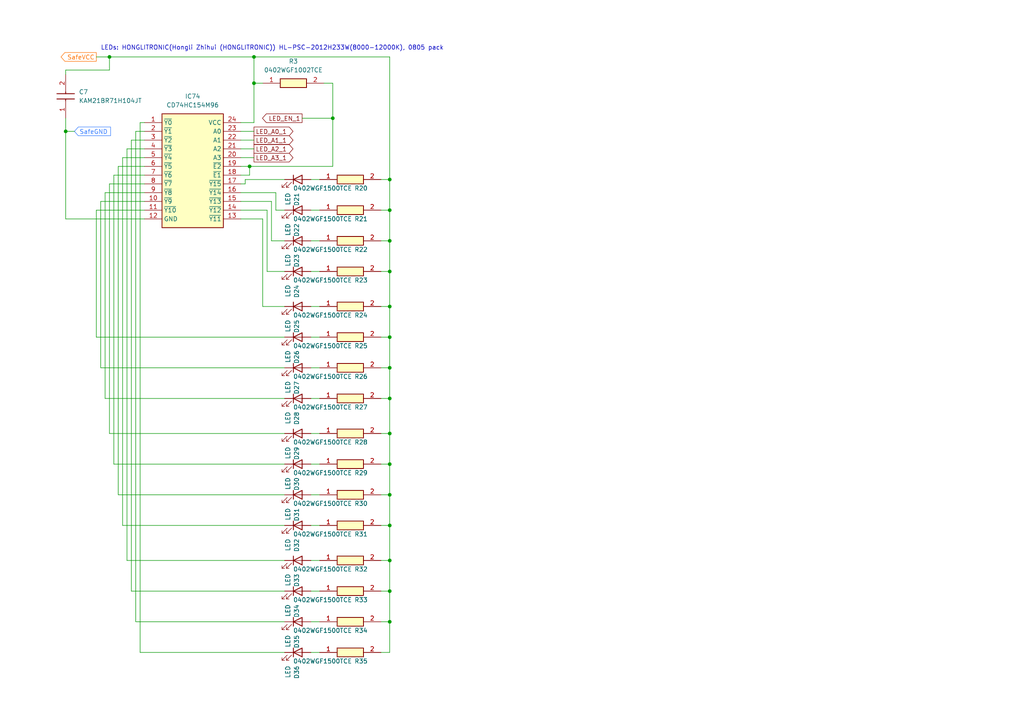
<source format=kicad_sch>
(kicad_sch (version 20250114) (generator "eeschema") (generator_version "9.0")
  (paper "A4")
  (title_block (title "ElectroChessboard") (company "Wojciech B") (comment 1 "Electronic chessboard") (comment 2 "Elektroniczna szachownica"))
  (lib_symbols
    (symbol "Device:LED" (pin_numbers (hide yes)) (pin_names (offset 1.016) (hide yes))
      (property "Reference" "D" (at 0 2.54 0))
      (property "Value" "LED" (at 0 -2.54 0))
      (symbol "LED_0_1"
        (polyline (pts (xy -3.048 -0.762) (xy -4.572 -2.286) (xy -3.81 -2.286) (xy -4.572 -2.286) (xy -4.572 -1.524)))
        (polyline (pts (xy -1.778 -0.762) (xy -3.302 -2.286) (xy -2.54 -2.286) (xy -3.302 -2.286) (xy -3.302 -1.524)))
        (polyline (pts (xy -1.27 0) (xy 1.27 0)))
        (polyline (pts (xy -1.27 -1.27) (xy -1.27 1.27)) (stroke (width 0.254)))
        (polyline (pts (xy 1.27 -1.27) (xy 1.27 1.27) (xy -1.27 0) (xy 1.27 -1.27)) (stroke (width 0.254)))
      )
      (symbol "LED_1_1"
        (pin passive line (at -3.81 0 0) (length 2.54) (name "K") (number "1"))
        (pin passive line (at 3.81 0 180) (length 2.54) (name "A") (number "2"))
      )
    )
    (symbol "SamacSys_Parts:0402WGF1002TCE" (pin_names (hide yes))
      (property "Reference" "R" (at 13.97 6.35 0))
      (property "Value" "0402WGF1002TCE" (at 13.97 3.81 0))
      (symbol "0402WGF1002TCE_1_1"
        (rectangle (start 5.08 1.27) (end 12.7 -1.27) (stroke (width 0.254)) (fill (type background)))
        (pin passive line (at 0 0 0) (length 5.08) (name "1") (number "1"))
        (pin passive line (at 17.78 0 180) (length 5.08) (name "2") (number "2"))
      )
    )
    (symbol "SamacSys_Parts:0402WGF1500TCE" (pin_names (hide yes))
      (property "Reference" "R" (at 13.97 6.35 0))
      (property "Value" "0402WGF1500TCE" (at 13.97 3.81 0))
      (symbol "0402WGF1500TCE_1_1"
        (rectangle (start 5.08 1.27) (end 12.7 -1.27) (stroke (width 0.254)) (fill (type background)))
        (pin passive line (at 0 0 0) (length 5.08) (name "1") (number "1"))
        (pin passive line (at 17.78 0 180) (length 5.08) (name "2") (number "2"))
      )
    )
    (symbol "SamacSys_Parts:CD74HC154M96"
      (property "Reference" "IC" (at 24.13 7.62 0))
      (property "Value" "CD74HC154M96" (at 24.13 5.08 0))
      (symbol "CD74HC154M96_1_1"
        (rectangle (start 5.08 2.54) (end 22.86 -30.48) (stroke (width 0.254)) (fill (type background)))
        (pin passive line (at 0 0 0) (length 5.08) (name "~{Y0}") (number "1"))
        (pin passive line (at 0 -2.54 0) (length 5.08) (name "~{Y1}") (number "2"))
        (pin passive line (at 0 -5.08 0) (length 5.08) (name "~{Y2}") (number "3"))
        (pin passive line (at 0 -7.62 0) (length 5.08) (name "~{Y3}") (number "4"))
        (pin passive line (at 0 -10.16 0) (length 5.08) (name "~{Y4}") (number "5"))
        (pin passive line (at 0 -12.7 0) (length 5.08) (name "~{Y5}") (number "6"))
        (pin passive line (at 0 -15.24 0) (length 5.08) (name "~{Y6}") (number "7"))
        (pin passive line (at 0 -17.78 0) (length 5.08) (name "~{Y7}") (number "8"))
        (pin passive line (at 0 -20.32 0) (length 5.08) (name "~{Y8}") (number "9"))
        (pin passive line (at 0 -22.86 0) (length 5.08) (name "~{Y9}") (number "10"))
        (pin passive line (at 0 -25.4 0) (length 5.08) (name "~{Y10}") (number "11"))
        (pin passive line (at 0 -27.94 0) (length 5.08) (name "GND") (number "12"))
        (pin passive line (at 27.94 0 180) (length 5.08) (name "VCC") (number "24"))
        (pin passive line (at 27.94 -2.54 180) (length 5.08) (name "A0") (number "23"))
        (pin passive line (at 27.94 -5.08 180) (length 5.08) (name "A1") (number "22"))
        (pin passive line (at 27.94 -7.62 180) (length 5.08) (name "A2") (number "21"))
        (pin passive line (at 27.94 -10.16 180) (length 5.08) (name "A3") (number "20"))
        (pin passive line (at 27.94 -12.7 180) (length 5.08) (name "~{E2}") (number "19"))
        (pin passive line (at 27.94 -15.24 180) (length 5.08) (name "~{E1}") (number "18"))
        (pin passive line (at 27.94 -17.78 180) (length 5.08) (name "~{Y15}") (number "17"))
        (pin passive line (at 27.94 -20.32 180) (length 5.08) (name "~{Y14}") (number "16"))
        (pin passive line (at 27.94 -22.86 180) (length 5.08) (name "~{Y13}") (number "15"))
        (pin passive line (at 27.94 -25.4 180) (length 5.08) (name "~{Y12}") (number "14"))
        (pin passive line (at 27.94 -27.94 180) (length 5.08) (name "~{Y11}") (number "13"))
      )
    )
    (symbol "SamacSys_Parts:KAM21BR71H104JT" (pin_names (hide yes))
      (property "Reference" "C" (at 8.89 6.35 0))
      (property "Value" "KAM21BR71H104JT" (at 8.89 3.81 0))
      (symbol "KAM21BR71H104JT_1_1"
        (polyline (pts (xy 5.08 0) (xy 5.588 0)) (stroke (width 0.254)))
        (polyline (pts (xy 5.588 2.54) (xy 5.588 -2.54)) (stroke (width 0.254)))
        (polyline (pts (xy 7.112 2.54) (xy 7.112 -2.54)) (stroke (width 0.254)))
        (polyline (pts (xy 7.112 0) (xy 7.62 0)) (stroke (width 0.254)))
        (pin passive line (at 0 0 0) (length 5.08) (name "1") (number "1"))
        (pin passive line (at 12.7 0 180) (length 5.08) (name "2") (number "2"))
      )
    )
  )
  (text "LEDs: HONGLITRONIC(Hongli Zhihui (HONGLITRONIC)) HL-PSC-2012H233W(8000-12000K), 0805 pack" (at 29.21 13.97 0) (effects (font (size 1.27 1.27)) (justify left)))
  (junction (at 113.03 97.79))
  (junction (at 113.03 106.68))
  (junction (at 113.03 180.34))
  (junction (at 113.03 162.56))
  (junction (at 31.75 16.51))
  (junction (at 113.03 78.74))
  (junction (at 19.05 38.1))
  (junction (at 113.03 69.85))
  (junction (at 72.39 48.26))
  (junction (at 113.03 134.62))
  (junction (at 96.52 34.29))
  (junction (at 73.66 16.51))
  (junction (at 113.03 171.45))
  (junction (at 73.66 24.13))
  (junction (at 113.03 115.57))
  (junction (at 113.03 60.96))
  (junction (at 113.03 125.73))
  (junction (at 113.03 152.4))
  (junction (at 113.03 52.07))
  (junction (at 113.03 143.51))
  (junction (at 113.03 88.9))
  (wire (pts (xy 92.71 88.9) (xy 90.17 88.9)))
  (wire (pts (xy 113.03 106.68) (xy 113.03 115.57)))
  (wire (pts (xy 92.71 162.56) (xy 90.17 162.56)))
  (wire (pts (xy 73.66 16.51) (xy 113.03 16.51)))
  (wire (pts (xy 110.49 143.51) (xy 113.03 143.51)))
  (wire (pts (xy 41.91 50.8) (xy 33.02 50.8)))
  (wire (pts (xy 41.91 45.72) (xy 35.56 45.72)))
  (wire (pts (xy 31.75 53.34) (xy 31.75 125.73)))
  (wire (pts (xy 41.91 38.1) (xy 39.37 38.1)))
  (wire (pts (xy 113.03 180.34) (xy 113.03 189.23)))
  (wire (pts (xy 78.74 69.85) (xy 78.74 58.42)))
  (wire (pts (xy 33.02 134.62) (xy 82.55 134.62)))
  (wire (pts (xy 113.03 162.56) (xy 113.03 171.45)))
  (wire (pts (xy 41.91 40.64) (xy 38.1 40.64)))
  (wire (pts (xy 82.55 60.96) (xy 80.01 60.96)))
  (wire (pts (xy 80.01 55.88) (xy 69.85 55.88)))
  (wire (pts (xy 92.71 189.23) (xy 90.17 189.23)))
  (wire (pts (xy 35.56 152.4) (xy 82.55 152.4)))
  (wire (pts (xy 92.71 143.51) (xy 90.17 143.51)))
  (wire (pts (xy 92.71 115.57) (xy 90.17 115.57)))
  (wire (pts (xy 92.71 60.96) (xy 90.17 60.96)))
  (wire (pts (xy 113.03 134.62) (xy 113.03 143.51)))
  (wire (pts (xy 27.94 16.51) (xy 31.75 16.51)))
  (wire (pts (xy 110.49 125.73) (xy 113.03 125.73)))
  (wire (pts (xy 82.55 69.85) (xy 78.74 69.85)))
  (wire (pts (xy 110.49 106.68) (xy 113.03 106.68)))
  (wire (pts (xy 38.1 40.64) (xy 38.1 171.45)))
  (wire (pts (xy 110.49 134.62) (xy 113.03 134.62)))
  (wire (pts (xy 41.91 53.34) (xy 31.75 53.34)))
  (wire (pts (xy 110.49 115.57) (xy 113.03 115.57)))
  (wire (pts (xy 76.2 88.9) (xy 82.55 88.9)))
  (wire (pts (xy 41.91 35.56) (xy 40.64 35.56)))
  (wire (pts (xy 36.83 43.18) (xy 36.83 162.56)))
  (wire (pts (xy 92.71 52.07) (xy 90.17 52.07)))
  (wire (pts (xy 110.49 180.34) (xy 113.03 180.34)))
  (wire (pts (xy 27.94 97.79) (xy 82.55 97.79)))
  (wire (pts (xy 69.85 48.26) (xy 72.39 48.26)))
  (wire (pts (xy 31.75 20.32) (xy 19.05 20.32)))
  (wire (pts (xy 41.91 48.26) (xy 34.29 48.26)))
  (wire (pts (xy 69.85 63.5) (xy 76.2 63.5)))
  (wire (pts (xy 19.05 20.32) (xy 19.05 21.59)))
  (wire (pts (xy 31.75 16.51) (xy 73.66 16.51)))
  (wire (pts (xy 110.49 88.9) (xy 113.03 88.9)))
  (wire (pts (xy 72.39 50.8) (xy 72.39 48.26)))
  (wire (pts (xy 73.66 16.51) (xy 73.66 24.13)))
  (wire (pts (xy 113.03 69.85) (xy 113.03 78.74)))
  (wire (pts (xy 110.49 97.79) (xy 113.03 97.79)))
  (wire (pts (xy 34.29 143.51) (xy 82.55 143.51)))
  (wire (pts (xy 113.03 189.23) (xy 110.49 189.23)))
  (wire (pts (xy 19.05 63.5) (xy 41.91 63.5)))
  (wire (pts (xy 19.05 38.1) (xy 21.59 38.1)))
  (wire (pts (xy 41.91 55.88) (xy 30.48 55.88)))
  (wire (pts (xy 80.01 60.96) (xy 80.01 55.88)))
  (wire (pts (xy 35.56 45.72) (xy 35.56 152.4)))
  (wire (pts (xy 113.03 171.45) (xy 113.03 180.34)))
  (wire (pts (xy 96.52 24.13) (xy 93.98 24.13)))
  (wire (pts (xy 92.71 152.4) (xy 90.17 152.4)))
  (wire (pts (xy 41.91 43.18) (xy 36.83 43.18)))
  (wire (pts (xy 96.52 34.29) (xy 96.52 24.13)))
  (wire (pts (xy 40.64 35.56) (xy 40.64 189.23)))
  (wire (pts (xy 110.49 162.56) (xy 113.03 162.56)))
  (wire (pts (xy 113.03 115.57) (xy 113.03 125.73)))
  (wire (pts (xy 36.83 162.56) (xy 82.55 162.56)))
  (wire (pts (xy 73.66 35.56) (xy 69.85 35.56)))
  (wire (pts (xy 39.37 180.34) (xy 82.55 180.34)))
  (wire (pts (xy 38.1 171.45) (xy 82.55 171.45)))
  (wire (pts (xy 72.39 48.26) (xy 96.52 48.26)))
  (wire (pts (xy 110.49 60.96) (xy 113.03 60.96)))
  (wire (pts (xy 73.66 24.13) (xy 76.2 24.13)))
  (wire (pts (xy 71.12 52.07) (xy 71.12 53.34)))
  (wire (pts (xy 110.49 69.85) (xy 113.03 69.85)))
  (wire (pts (xy 113.03 52.07) (xy 113.03 60.96)))
  (wire (pts (xy 19.05 34.29) (xy 19.05 38.1)))
  (wire (pts (xy 110.49 152.4) (xy 113.03 152.4)))
  (wire (pts (xy 96.52 48.26) (xy 96.52 34.29)))
  (wire (pts (xy 78.74 58.42) (xy 69.85 58.42)))
  (wire (pts (xy 40.64 189.23) (xy 82.55 189.23)))
  (wire (pts (xy 110.49 52.07) (xy 113.03 52.07)))
  (wire (pts (xy 113.03 60.96) (xy 113.03 69.85)))
  (wire (pts (xy 92.71 180.34) (xy 90.17 180.34)))
  (wire (pts (xy 113.03 88.9) (xy 113.03 97.79)))
  (wire (pts (xy 30.48 115.57) (xy 82.55 115.57)))
  (wire (pts (xy 113.03 97.79) (xy 113.03 106.68)))
  (wire (pts (xy 82.55 52.07) (xy 71.12 52.07)))
  (wire (pts (xy 69.85 45.72) (xy 73.66 45.72)))
  (wire (pts (xy 69.85 40.64) (xy 73.66 40.64)))
  (wire (pts (xy 113.03 152.4) (xy 113.03 162.56)))
  (wire (pts (xy 113.03 78.74) (xy 113.03 88.9)))
  (wire (pts (xy 110.49 78.74) (xy 113.03 78.74)))
  (wire (pts (xy 31.75 125.73) (xy 82.55 125.73)))
  (wire (pts (xy 69.85 60.96) (xy 77.47 60.96)))
  (wire (pts (xy 77.47 60.96) (xy 77.47 78.74)))
  (wire (pts (xy 31.75 16.51) (xy 31.75 20.32)))
  (wire (pts (xy 92.71 78.74) (xy 90.17 78.74)))
  (wire (pts (xy 34.29 48.26) (xy 34.29 143.51)))
  (wire (pts (xy 87.63 34.29) (xy 96.52 34.29)))
  (wire (pts (xy 113.03 125.73) (xy 113.03 134.62)))
  (wire (pts (xy 29.21 106.68) (xy 82.55 106.68)))
  (wire (pts (xy 39.37 38.1) (xy 39.37 180.34)))
  (wire (pts (xy 69.85 43.18) (xy 73.66 43.18)))
  (wire (pts (xy 92.71 69.85) (xy 90.17 69.85)))
  (wire (pts (xy 92.71 97.79) (xy 90.17 97.79)))
  (wire (pts (xy 113.03 143.51) (xy 113.03 152.4)))
  (wire (pts (xy 71.12 53.34) (xy 69.85 53.34)))
  (wire (pts (xy 92.71 125.73) (xy 90.17 125.73)))
  (wire (pts (xy 69.85 38.1) (xy 73.66 38.1)))
  (wire (pts (xy 73.66 24.13) (xy 73.66 35.56)))
  (wire (pts (xy 110.49 171.45) (xy 113.03 171.45)))
  (wire (pts (xy 27.94 60.96) (xy 27.94 97.79)))
  (wire (pts (xy 92.71 171.45) (xy 90.17 171.45)))
  (wire (pts (xy 33.02 50.8) (xy 33.02 134.62)))
  (wire (pts (xy 92.71 134.62) (xy 90.17 134.62)))
  (wire (pts (xy 41.91 60.96) (xy 27.94 60.96)))
  (wire (pts (xy 76.2 63.5) (xy 76.2 88.9)))
  (wire (pts (xy 92.71 106.68) (xy 90.17 106.68)))
  (wire (pts (xy 77.47 78.74) (xy 82.55 78.74)))
  (wire (pts (xy 69.85 50.8) (xy 72.39 50.8)))
  (wire (pts (xy 30.48 55.88) (xy 30.48 115.57)))
  (wire (pts (xy 29.21 58.42) (xy 29.21 106.68)))
  (wire (pts (xy 41.91 58.42) (xy 29.21 58.42)))
  (wire (pts (xy 19.05 38.1) (xy 19.05 63.5)))
  (wire (pts (xy 113.03 16.51) (xy 113.03 52.07)))
  (global_label "LED_EN_1" (shape output) (at 87.63 34.29 180) (property "Intersheetrefs" "${INTERSHEET_REFS}" (effects (hide yes))))
  (global_label "SafeVCC" (shape output) (at 27.94 16.51 180) (property "Intersheetrefs" "${INTERSHEET_REFS}" (effects (hide yes))))
  (global_label "LED_A1_1" (shape output) (at 73.66 40.64 0) (property "Intersheetrefs" "${INTERSHEET_REFS}" (effects (hide yes))))
  (global_label "LED_A2_1" (shape output) (at 73.66 43.18 0) (property "Intersheetrefs" "${INTERSHEET_REFS}" (effects (hide yes))))
  (global_label "LED_A3_1" (shape output) (at 73.66 45.72 0) (property "Intersheetrefs" "${INTERSHEET_REFS}" (effects (hide yes))))
  (global_label "SafeGND" (shape input) (at 21.59 38.1 0) (property "Intersheetrefs" "${INTERSHEET_REFS}" (effects (hide yes))))
  (global_label "LED_A0_1" (shape output) (at 73.66 38.1 0) (property "Intersheetrefs" "${INTERSHEET_REFS}" (effects (hide yes))))
  (symbol (lib_id "Device:LED") (at 86.36 60.96 0) (unit 1)
    (property "Reference" "D22" (at 86.0426 64.77 90) (effects (justify right)))
    (property "Value" "LED" (at 83.5026 64.77 90) (effects (justify right)))
    (property "Footprint" "LED_SMD:LED_0805_2012Metric" (effects (hide yes)))
    (property "Description" "Light emitting diode" (effects (hide yes)))
    (property "Sim.Pins" "1=K 2=A" (effects (hide yes)))
  )
  (symbol (lib_id "SamacSys_Parts:0402WGF1500TCE") (at 92.71 189.23 0) (unit 1)
    (property "Reference" "R35" (at 106.68 191.77 0) (effects (justify right)))
    (property "Value" "0402WGF1500TCE" (at 102.108 191.77 0) (effects (justify right)))
    (property "Footprint" "RESC1005X40N" (effects (hide yes)))
    (property "Datasheet" "https://datasheet.lcsc.com/szlcsc/Uniroyal-Elec-0402WGF1500TCE_C25082.pdf" (effects (hide yes)))
    (property "Description" "150ohms +/-1% 1/16W +/-100ppm/ 0402 Chip Resistor - Surface Mount RoHS" (effects (hide yes)))
    (property "Height" "0.4" (effects (hide yes)))
    (property "Manufacturer_Name" "UNI-ROYAL(Uniroyal Elec)" (effects (hide yes)))
    (property "Manufacturer_Part_Number" "0402WGF1500TCE" (effects (hide yes)))
  )
  (symbol (lib_id "SamacSys_Parts:0402WGF1500TCE") (at 92.71 180.34 0) (unit 1)
    (property "Reference" "R34" (at 106.68 182.88 0) (effects (justify right)))
    (property "Value" "0402WGF1500TCE" (at 102.108 182.88 0) (effects (justify right)))
    (property "Footprint" "RESC1005X40N" (effects (hide yes)))
    (property "Datasheet" "https://datasheet.lcsc.com/szlcsc/Uniroyal-Elec-0402WGF1500TCE_C25082.pdf" (effects (hide yes)))
    (property "Description" "150ohms +/-1% 1/16W +/-100ppm/ 0402 Chip Resistor - Surface Mount RoHS" (effects (hide yes)))
    (property "Height" "0.4" (effects (hide yes)))
    (property "Manufacturer_Name" "UNI-ROYAL(Uniroyal Elec)" (effects (hide yes)))
    (property "Manufacturer_Part_Number" "0402WGF1500TCE" (effects (hide yes)))
  )
  (symbol (lib_id "Device:LED") (at 86.36 143.51 0) (unit 1)
    (property "Reference" "D31" (at 86.0426 147.32 90) (effects (justify right)))
    (property "Value" "LED" (at 83.5026 147.32 90) (effects (justify right)))
    (property "Footprint" "LED_SMD:LED_0805_2012Metric" (effects (hide yes)))
    (property "Description" "Light emitting diode" (effects (hide yes)))
    (property "Sim.Pins" "1=K 2=A" (effects (hide yes)))
  )
  (symbol (lib_id "Device:LED") (at 86.36 125.73 0) (unit 1)
    (property "Reference" "D29" (at 86.0426 129.54 90) (effects (justify right)))
    (property "Value" "LED" (at 83.5026 129.54 90) (effects (justify right)))
    (property "Footprint" "LED_SMD:LED_0805_2012Metric" (effects (hide yes)))
    (property "Description" "Light emitting diode" (effects (hide yes)))
    (property "Sim.Pins" "1=K 2=A" (effects (hide yes)))
  )
  (symbol (lib_id "Device:LED") (at 86.36 88.9 0) (unit 1)
    (property "Reference" "D25" (at 86.0426 92.71 90) (effects (justify right)))
    (property "Value" "LED" (at 83.5026 92.71 90) (effects (justify right)))
    (property "Footprint" "LED_SMD:LED_0805_2012Metric" (effects (hide yes)))
    (property "Description" "Light emitting diode" (effects (hide yes)))
    (property "Sim.Pins" "1=K 2=A" (effects (hide yes)))
  )
  (symbol (lib_id "SamacSys_Parts:0402WGF1500TCE") (at 92.71 52.07 0) (unit 1)
    (property "Reference" "R20" (at 106.68 54.61 0) (effects (justify right)))
    (property "Value" "0402WGF1500TCE" (at 102.108 54.61 0) (effects (justify right)))
    (property "Footprint" "RESC1005X40N" (effects (hide yes)))
    (property "Datasheet" "https://datasheet.lcsc.com/szlcsc/Uniroyal-Elec-0402WGF1500TCE_C25082.pdf" (effects (hide yes)))
    (property "Description" "150ohms +/-1% 1/16W +/-100ppm/ 0402 Chip Resistor - Surface Mount RoHS" (effects (hide yes)))
    (property "Height" "0.4" (effects (hide yes)))
    (property "Manufacturer_Name" "UNI-ROYAL(Uniroyal Elec)" (effects (hide yes)))
    (property "Manufacturer_Part_Number" "0402WGF1500TCE" (effects (hide yes)))
  )
  (symbol (lib_id "Device:LED") (at 86.36 189.23 0) (unit 1)
    (property "Reference" "D36" (at 86.0426 193.04 90) (effects (justify right)))
    (property "Value" "LED" (at 83.5026 193.04 90) (effects (justify right)))
    (property "Footprint" "LED_SMD:LED_0805_2012Metric" (effects (hide yes)))
    (property "Description" "Light emitting diode" (effects (hide yes)))
    (property "Sim.Pins" "1=K 2=A" (effects (hide yes)))
  )
  (symbol (lib_id "SamacSys_Parts:0402WGF1500TCE") (at 92.71 143.51 0) (unit 1)
    (property "Reference" "R30" (at 106.68 146.05 0) (effects (justify right)))
    (property "Value" "0402WGF1500TCE" (at 102.108 146.05 0) (effects (justify right)))
    (property "Footprint" "RESC1005X40N" (effects (hide yes)))
    (property "Datasheet" "https://datasheet.lcsc.com/szlcsc/Uniroyal-Elec-0402WGF1500TCE_C25082.pdf" (effects (hide yes)))
    (property "Description" "150ohms +/-1% 1/16W +/-100ppm/ 0402 Chip Resistor - Surface Mount RoHS" (effects (hide yes)))
    (property "Height" "0.4" (effects (hide yes)))
    (property "Manufacturer_Name" "UNI-ROYAL(Uniroyal Elec)" (effects (hide yes)))
    (property "Manufacturer_Part_Number" "0402WGF1500TCE" (effects (hide yes)))
  )
  (symbol (lib_id "Device:LED") (at 86.36 152.4 0) (unit 1)
    (property "Reference" "D32" (at 86.0426 156.21 90) (effects (justify right)))
    (property "Value" "LED" (at 83.5026 156.21 90) (effects (justify right)))
    (property "Footprint" "LED_SMD:LED_0805_2012Metric" (effects (hide yes)))
    (property "Description" "Light emitting diode" (effects (hide yes)))
    (property "Sim.Pins" "1=K 2=A" (effects (hide yes)))
  )
  (symbol (lib_id "SamacSys_Parts:0402WGF1500TCE") (at 92.71 162.56 0) (unit 1)
    (property "Reference" "R32" (at 106.68 165.1 0) (effects (justify right)))
    (property "Value" "0402WGF1500TCE" (at 102.108 165.1 0) (effects (justify right)))
    (property "Footprint" "RESC1005X40N" (effects (hide yes)))
    (property "Datasheet" "https://datasheet.lcsc.com/szlcsc/Uniroyal-Elec-0402WGF1500TCE_C25082.pdf" (effects (hide yes)))
    (property "Description" "150ohms +/-1% 1/16W +/-100ppm/ 0402 Chip Resistor - Surface Mount RoHS" (effects (hide yes)))
    (property "Height" "0.4" (effects (hide yes)))
    (property "Manufacturer_Name" "UNI-ROYAL(Uniroyal Elec)" (effects (hide yes)))
    (property "Manufacturer_Part_Number" "0402WGF1500TCE" (effects (hide yes)))
  )
  (symbol (lib_id "Device:LED") (at 86.36 69.85 0) (unit 1)
    (property "Reference" "D23" (at 86.0426 73.66 90) (effects (justify right)))
    (property "Value" "LED" (at 83.5026 73.66 90) (effects (justify right)))
    (property "Footprint" "LED_SMD:LED_0805_2012Metric" (effects (hide yes)))
    (property "Description" "Light emitting diode" (effects (hide yes)))
    (property "Sim.Pins" "1=K 2=A" (effects (hide yes)))
  )
  (symbol (lib_id "SamacSys_Parts:KAM21BR71H104JT") (at 19.05 34.29 90) (unit 1)
    (property "Reference" "C7" (at 22.86 26.6699 90) (effects (justify right)))
    (property "Value" "KAM21BR71H104JT" (at 22.86 29.2099 90) (effects (justify right)))
    (property "Footprint" "CAPC2012X94N" (effects (hide yes)))
    (property "Datasheet" "https://spicat.kyocera-avx.com/product/mlcc/chartview/KAM21BR71H104JT/DataSheet/X7R" (effects (hide yes)))
    (property "Description" "Multilayer Ceramic Capacitors MLCC - SMD/SMT 50V .1uF X7R 0805 5% AEC-Q200" (effects (hide yes)))
    (property "Height" "0.94" (effects (hide yes)))
    (property "Mouser Part Number" "581-KAM21BR71H104JT" (effects (hide yes)))
    (property "Mouser Price/Stock" "https://www.mouser.co.uk/ProductDetail/KYOCERA-AVX/KAM21BR71H104JT?qs=Jm2GQyTW%2Fbic6Zk4McEt6w%3D%3D" (effects (hide yes)))
    (property "Manufacturer_Name" "Kyocera AVX" (effects (hide yes)))
    (property "Manufacturer_Part_Number" "KAM21BR71H104JT" (effects (hide yes)))
  )
  (symbol (lib_id "SamacSys_Parts:0402WGF1500TCE") (at 92.71 125.73 0) (unit 1)
    (property "Reference" "R28" (at 106.68 128.27 0) (effects (justify right)))
    (property "Value" "0402WGF1500TCE" (at 102.108 128.27 0) (effects (justify right)))
    (property "Footprint" "RESC1005X40N" (effects (hide yes)))
    (property "Datasheet" "https://datasheet.lcsc.com/szlcsc/Uniroyal-Elec-0402WGF1500TCE_C25082.pdf" (effects (hide yes)))
    (property "Description" "150ohms +/-1% 1/16W +/-100ppm/ 0402 Chip Resistor - Surface Mount RoHS" (effects (hide yes)))
    (property "Height" "0.4" (effects (hide yes)))
    (property "Manufacturer_Name" "UNI-ROYAL(Uniroyal Elec)" (effects (hide yes)))
    (property "Manufacturer_Part_Number" "0402WGF1500TCE" (effects (hide yes)))
  )
  (symbol (lib_id "SamacSys_Parts:0402WGF1500TCE") (at 92.71 97.79 0) (unit 1)
    (property "Reference" "R25" (at 106.68 100.33 0) (effects (justify right)))
    (property "Value" "0402WGF1500TCE" (at 102.108 100.33 0) (effects (justify right)))
    (property "Footprint" "RESC1005X40N" (effects (hide yes)))
    (property "Datasheet" "https://datasheet.lcsc.com/szlcsc/Uniroyal-Elec-0402WGF1500TCE_C25082.pdf" (effects (hide yes)))
    (property "Description" "150ohms +/-1% 1/16W +/-100ppm/ 0402 Chip Resistor - Surface Mount RoHS" (effects (hide yes)))
    (property "Height" "0.4" (effects (hide yes)))
    (property "Manufacturer_Name" "UNI-ROYAL(Uniroyal Elec)" (effects (hide yes)))
    (property "Manufacturer_Part_Number" "0402WGF1500TCE" (effects (hide yes)))
  )
  (symbol (lib_id "Device:LED") (at 86.36 52.07 0) (unit 1)
    (property "Reference" "D21" (at 86.0426 55.88 90) (effects (justify right)))
    (property "Value" "LED" (at 83.5026 55.88 90) (effects (justify right)))
    (property "Footprint" "LED_SMD:LED_0805_2012Metric" (effects (hide yes)))
    (property "Description" "Light emitting diode" (effects (hide yes)))
    (property "Sim.Pins" "1=K 2=A" (effects (hide yes)))
  )
  (symbol (lib_id "Device:LED") (at 86.36 97.79 0) (unit 1)
    (property "Reference" "D26" (at 86.0426 101.6 90) (effects (justify right)))
    (property "Value" "LED" (at 83.5026 101.6 90) (effects (justify right)))
    (property "Footprint" "LED_SMD:LED_0805_2012Metric" (effects (hide yes)))
    (property "Description" "Light emitting diode" (effects (hide yes)))
    (property "Sim.Pins" "1=K 2=A" (effects (hide yes)))
  )
  (symbol (lib_id "SamacSys_Parts:0402WGF1002TCE") (at 76.2 24.13 0) (unit 1)
    (property "Reference" "R3" (at 85.09 17.78 0))
    (property "Value" "0402WGF1002TCE" (at 85.09 20.32 0))
    (property "Footprint" "RESC1005X40N" (effects (hide yes)))
    (property "Datasheet" "https://www.mouser.ca/datasheet/2/1365/1-3044649.pdf" (effects (hide yes)))
    (property "Description" "Thick Film Resistors - SMD 0402 1/16W 1% 10K T/R-10000" (effects (hide yes)))
    (property "Height" "0.4" (effects (hide yes)))
    (property "Mouser Part Number" "303-0402WGF1002TCE" (effects (hide yes)))
    (property "Mouser Price/Stock" "https://www.mouser.co.uk/ProductDetail/Royalohm/0402WGF1002TCE?qs=e8oIoAS2J1T9%2FSfQTy4YqQ%3D%3D" (effects (hide yes)))
    (property "Manufacturer_Name" "ROYALOHM" (effects (hide yes)))
    (property "Manufacturer_Part_Number" "0402WGF1002TCE" (effects (hide yes)))
  )
  (symbol (lib_id "Device:LED") (at 86.36 180.34 0) (unit 1)
    (property "Reference" "D35" (at 86.0426 184.15 90) (effects (justify right)))
    (property "Value" "LED" (at 83.5026 184.15 90) (effects (justify right)))
    (property "Footprint" "LED_SMD:LED_0805_2012Metric" (effects (hide yes)))
    (property "Description" "Light emitting diode" (effects (hide yes)))
    (property "Sim.Pins" "1=K 2=A" (effects (hide yes)))
  )
  (symbol (lib_id "SamacSys_Parts:0402WGF1500TCE") (at 92.71 171.45 0) (unit 1)
    (property "Reference" "R33" (at 106.68 173.99 0) (effects (justify right)))
    (property "Value" "0402WGF1500TCE" (at 102.108 173.99 0) (effects (justify right)))
    (property "Footprint" "RESC1005X40N" (effects (hide yes)))
    (property "Datasheet" "https://datasheet.lcsc.com/szlcsc/Uniroyal-Elec-0402WGF1500TCE_C25082.pdf" (effects (hide yes)))
    (property "Description" "150ohms +/-1% 1/16W +/-100ppm/ 0402 Chip Resistor - Surface Mount RoHS" (effects (hide yes)))
    (property "Height" "0.4" (effects (hide yes)))
    (property "Manufacturer_Name" "UNI-ROYAL(Uniroyal Elec)" (effects (hide yes)))
    (property "Manufacturer_Part_Number" "0402WGF1500TCE" (effects (hide yes)))
  )
  (symbol (lib_id "SamacSys_Parts:0402WGF1500TCE") (at 92.71 115.57 0) (unit 1)
    (property "Reference" "R27" (at 106.68 118.11 0) (effects (justify right)))
    (property "Value" "0402WGF1500TCE" (at 102.108 118.11 0) (effects (justify right)))
    (property "Footprint" "RESC1005X40N" (effects (hide yes)))
    (property "Datasheet" "https://datasheet.lcsc.com/szlcsc/Uniroyal-Elec-0402WGF1500TCE_C25082.pdf" (effects (hide yes)))
    (property "Description" "150ohms +/-1% 1/16W +/-100ppm/ 0402 Chip Resistor - Surface Mount RoHS" (effects (hide yes)))
    (property "Height" "0.4" (effects (hide yes)))
    (property "Manufacturer_Name" "UNI-ROYAL(Uniroyal Elec)" (effects (hide yes)))
    (property "Manufacturer_Part_Number" "0402WGF1500TCE" (effects (hide yes)))
  )
  (symbol (lib_id "Device:LED") (at 86.36 106.68 0) (unit 1)
    (property "Reference" "D27" (at 86.0426 110.49 90) (effects (justify right)))
    (property "Value" "LED" (at 83.5026 110.49 90) (effects (justify right)))
    (property "Footprint" "LED_SMD:LED_0805_2012Metric" (effects (hide yes)))
    (property "Description" "Light emitting diode" (effects (hide yes)))
    (property "Sim.Pins" "1=K 2=A" (effects (hide yes)))
  )
  (symbol (lib_id "SamacSys_Parts:CD74HC154M96") (at 41.91 35.56 0) (unit 1)
    (property "Reference" "IC74" (at 55.88 27.94 0))
    (property "Value" "CD74HC154M96" (at 55.88 30.48 0))
    (property "Footprint" "SOIC127P1030X265-24N" (effects (hide yes)))
    (property "Datasheet" "http://www.ti.com/lit/gpn/cd74hc154" (effects (hide yes)))
    (property "Description" "High Speed CMOS Logic 4-to-16 Line Decoder/Demultiplexer" (effects (hide yes)))
    (property "Height" "2.65" (effects (hide yes)))
    (property "Mouser Part Number" "595-CD74HC154M96" (effects (hide yes)))
    (property "Mouser Price/Stock" "https://www.mouser.co.uk/ProductDetail/Texas-Instruments/CD74HC154M96?qs=YxwvVplHM%2FnR3vJab0%252BPQw%3D%3D" (effects (hide yes)))
    (property "Manufacturer_Name" "Texas Instruments" (effects (hide yes)))
    (property "Manufacturer_Part_Number" "CD74HC154M96" (effects (hide yes)))
  )
  (symbol (lib_id "SamacSys_Parts:0402WGF1500TCE") (at 92.71 134.62 0) (unit 1)
    (property "Reference" "R29" (at 106.68 137.16 0) (effects (justify right)))
    (property "Value" "0402WGF1500TCE" (at 102.108 137.16 0) (effects (justify right)))
    (property "Footprint" "RESC1005X40N" (effects (hide yes)))
    (property "Datasheet" "https://datasheet.lcsc.com/szlcsc/Uniroyal-Elec-0402WGF1500TCE_C25082.pdf" (effects (hide yes)))
    (property "Description" "150ohms +/-1% 1/16W +/-100ppm/ 0402 Chip Resistor - Surface Mount RoHS" (effects (hide yes)))
    (property "Height" "0.4" (effects (hide yes)))
    (property "Manufacturer_Name" "UNI-ROYAL(Uniroyal Elec)" (effects (hide yes)))
    (property "Manufacturer_Part_Number" "0402WGF1500TCE" (effects (hide yes)))
  )
  (symbol (lib_id "Device:LED") (at 86.36 78.74 0) (unit 1)
    (property "Reference" "D24" (at 86.0426 82.55 90) (effects (justify right)))
    (property "Value" "LED" (at 83.5026 82.55 90) (effects (justify right)))
    (property "Footprint" "LED_SMD:LED_0805_2012Metric" (effects (hide yes)))
    (property "Description" "Light emitting diode" (effects (hide yes)))
    (property "Sim.Pins" "1=K 2=A" (effects (hide yes)))
  )
  (symbol (lib_id "SamacSys_Parts:0402WGF1500TCE") (at 92.71 152.4 0) (unit 1)
    (property "Reference" "R31" (at 106.68 154.94 0) (effects (justify right)))
    (property "Value" "0402WGF1500TCE" (at 102.108 154.94 0) (effects (justify right)))
    (property "Footprint" "RESC1005X40N" (effects (hide yes)))
    (property "Datasheet" "https://datasheet.lcsc.com/szlcsc/Uniroyal-Elec-0402WGF1500TCE_C25082.pdf" (effects (hide yes)))
    (property "Description" "150ohms +/-1% 1/16W +/-100ppm/ 0402 Chip Resistor - Surface Mount RoHS" (effects (hide yes)))
    (property "Height" "0.4" (effects (hide yes)))
    (property "Manufacturer_Name" "UNI-ROYAL(Uniroyal Elec)" (effects (hide yes)))
    (property "Manufacturer_Part_Number" "0402WGF1500TCE" (effects (hide yes)))
  )
  (symbol (lib_id "Device:LED") (at 86.36 171.45 0) (unit 1)
    (property "Reference" "D34" (at 86.0426 175.26 90) (effects (justify right)))
    (property "Value" "LED" (at 83.5026 175.26 90) (effects (justify right)))
    (property "Footprint" "LED_SMD:LED_0805_2012Metric" (effects (hide yes)))
    (property "Description" "Light emitting diode" (effects (hide yes)))
    (property "Sim.Pins" "1=K 2=A" (effects (hide yes)))
  )
  (symbol (lib_id "SamacSys_Parts:0402WGF1500TCE") (at 92.71 69.85 0) (unit 1)
    (property "Reference" "R22" (at 106.68 72.39 0) (effects (justify right)))
    (property "Value" "0402WGF1500TCE" (at 102.108 72.39 0) (effects (justify right)))
    (property "Footprint" "RESC1005X40N" (effects (hide yes)))
    (property "Datasheet" "https://datasheet.lcsc.com/szlcsc/Uniroyal-Elec-0402WGF1500TCE_C25082.pdf" (effects (hide yes)))
    (property "Description" "150ohms +/-1% 1/16W +/-100ppm/ 0402 Chip Resistor - Surface Mount RoHS" (effects (hide yes)))
    (property "Height" "0.4" (effects (hide yes)))
    (property "Manufacturer_Name" "UNI-ROYAL(Uniroyal Elec)" (effects (hide yes)))
    (property "Manufacturer_Part_Number" "0402WGF1500TCE" (effects (hide yes)))
  )
  (symbol (lib_id "SamacSys_Parts:0402WGF1500TCE") (at 92.71 78.74 0) (unit 1)
    (property "Reference" "R23" (at 106.68 81.28 0) (effects (justify right)))
    (property "Value" "0402WGF1500TCE" (at 102.108 81.28 0) (effects (justify right)))
    (property "Footprint" "RESC1005X40N" (effects (hide yes)))
    (property "Datasheet" "https://datasheet.lcsc.com/szlcsc/Uniroyal-Elec-0402WGF1500TCE_C25082.pdf" (effects (hide yes)))
    (property "Description" "150ohms +/-1% 1/16W +/-100ppm/ 0402 Chip Resistor - Surface Mount RoHS" (effects (hide yes)))
    (property "Height" "0.4" (effects (hide yes)))
    (property "Manufacturer_Name" "UNI-ROYAL(Uniroyal Elec)" (effects (hide yes)))
    (property "Manufacturer_Part_Number" "0402WGF1500TCE" (effects (hide yes)))
  )
  (symbol (lib_id "Device:LED") (at 86.36 115.57 0) (unit 1)
    (property "Reference" "D28" (at 86.0426 119.38 90) (effects (justify right)))
    (property "Value" "LED" (at 83.5026 119.38 90) (effects (justify right)))
    (property "Footprint" "LED_SMD:LED_0805_2012Metric" (effects (hide yes)))
    (property "Description" "Light emitting diode" (effects (hide yes)))
    (property "Sim.Pins" "1=K 2=A" (effects (hide yes)))
  )
  (symbol (lib_id "Device:LED") (at 86.36 134.62 0) (unit 1)
    (property "Reference" "D30" (at 86.0426 138.43 90) (effects (justify right)))
    (property "Value" "LED" (at 83.5026 138.43 90) (effects (justify right)))
    (property "Footprint" "LED_SMD:LED_0805_2012Metric" (effects (hide yes)))
    (property "Description" "Light emitting diode" (effects (hide yes)))
    (property "Sim.Pins" "1=K 2=A" (effects (hide yes)))
  )
  (symbol (lib_id "SamacSys_Parts:0402WGF1500TCE") (at 92.71 88.9 0) (unit 1)
    (property "Reference" "R24" (at 106.68 91.44 0) (effects (justify right)))
    (property "Value" "0402WGF1500TCE" (at 102.108 91.44 0) (effects (justify right)))
    (property "Footprint" "RESC1005X40N" (effects (hide yes)))
    (property "Datasheet" "https://datasheet.lcsc.com/szlcsc/Uniroyal-Elec-0402WGF1500TCE_C25082.pdf" (effects (hide yes)))
    (property "Description" "150ohms +/-1% 1/16W +/-100ppm/ 0402 Chip Resistor - Surface Mount RoHS" (effects (hide yes)))
    (property "Height" "0.4" (effects (hide yes)))
    (property "Manufacturer_Name" "UNI-ROYAL(Uniroyal Elec)" (effects (hide yes)))
    (property "Manufacturer_Part_Number" "0402WGF1500TCE" (effects (hide yes)))
  )
  (symbol (lib_id "Device:LED") (at 86.36 162.56 0) (unit 1)
    (property "Reference" "D33" (at 86.0426 166.37 90) (effects (justify right)))
    (property "Value" "LED" (at 83.5026 166.37 90) (effects (justify right)))
    (property "Footprint" "LED_SMD:LED_0805_2012Metric" (effects (hide yes)))
    (property "Description" "Light emitting diode" (effects (hide yes)))
    (property "Sim.Pins" "1=K 2=A" (effects (hide yes)))
  )
  (symbol (lib_id "SamacSys_Parts:0402WGF1500TCE") (at 92.71 60.96 0) (unit 1)
    (property "Reference" "R21" (at 106.68 63.5 0) (effects (justify right)))
    (property "Value" "0402WGF1500TCE" (at 102.108 63.5 0) (effects (justify right)))
    (property "Footprint" "RESC1005X40N" (effects (hide yes)))
    (property "Datasheet" "https://datasheet.lcsc.com/szlcsc/Uniroyal-Elec-0402WGF1500TCE_C25082.pdf" (effects (hide yes)))
    (property "Description" "150ohms +/-1% 1/16W +/-100ppm/ 0402 Chip Resistor - Surface Mount RoHS" (effects (hide yes)))
    (property "Height" "0.4" (effects (hide yes)))
    (property "Manufacturer_Name" "UNI-ROYAL(Uniroyal Elec)" (effects (hide yes)))
    (property "Manufacturer_Part_Number" "0402WGF1500TCE" (effects (hide yes)))
  )
  (symbol (lib_id "SamacSys_Parts:0402WGF1500TCE") (at 92.71 106.68 0) (unit 1)
    (property "Reference" "R26" (at 106.68 109.22 0) (effects (justify right)))
    (property "Value" "0402WGF1500TCE" (at 102.108 109.22 0) (effects (justify right)))
    (property "Footprint" "RESC1005X40N" (effects (hide yes)))
    (property "Datasheet" "https://datasheet.lcsc.com/szlcsc/Uniroyal-Elec-0402WGF1500TCE_C25082.pdf" (effects (hide yes)))
    (property "Description" "150ohms +/-1% 1/16W +/-100ppm/ 0402 Chip Resistor - Surface Mount RoHS" (effects (hide yes)))
    (property "Height" "0.4" (effects (hide yes)))
    (property "Manufacturer_Name" "UNI-ROYAL(Uniroyal Elec)" (effects (hide yes)))
    (property "Manufacturer_Part_Number" "0402WGF1500TCE" (effects (hide yes)))
  )
)
</source>
